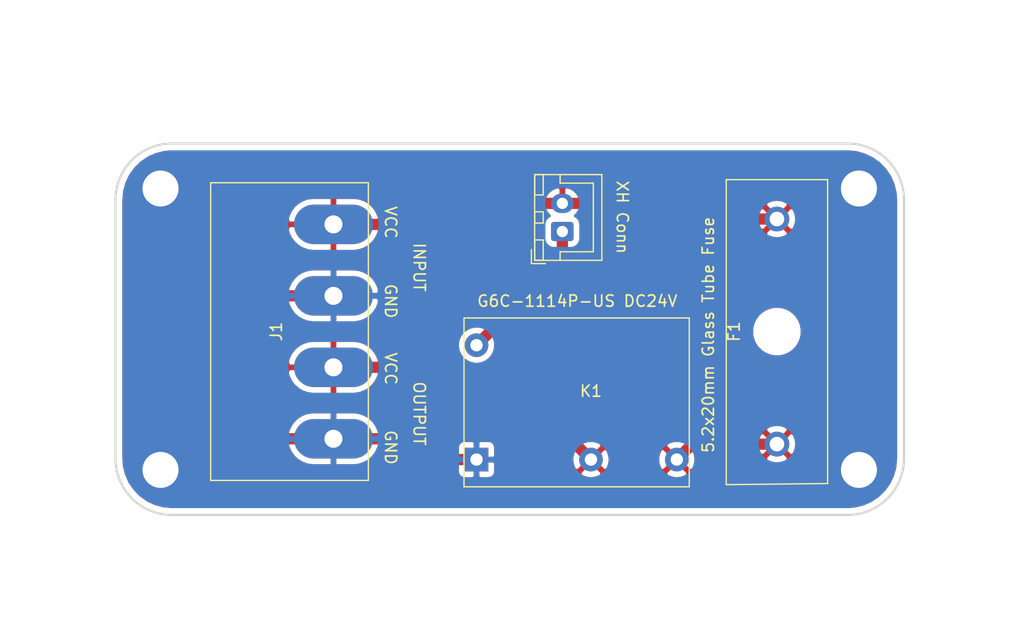
<source format=kicad_pcb>
(kicad_pcb (version 20171130) (host pcbnew 5.1.6-c6e7f7d~87~ubuntu18.04.1)

  (general
    (thickness 1.6)
    (drawings 21)
    (tracks 25)
    (zones 0)
    (modules 8)
    (nets 6)
  )

  (page A4)
  (layers
    (0 F.Cu power)
    (31 B.Cu power)
    (33 F.Adhes user)
    (35 F.Paste user)
    (37 F.SilkS user)
    (38 B.Mask user)
    (39 F.Mask user)
    (40 Dwgs.User user)
    (41 Cmts.User user)
    (42 Eco1.User user)
    (43 Eco2.User user)
    (44 Edge.Cuts user)
    (45 Margin user)
    (46 B.CrtYd user)
    (47 F.CrtYd user)
    (49 F.Fab user)
  )

  (setup
    (last_trace_width 1)
    (trace_clearance 0.4)
    (zone_clearance 0.508)
    (zone_45_only no)
    (trace_min 0.2)
    (via_size 0.8)
    (via_drill 0.4)
    (via_min_size 0.6)
    (via_min_drill 0.3)
    (uvia_size 0.3)
    (uvia_drill 0.1)
    (uvias_allowed no)
    (uvia_min_size 0.2)
    (uvia_min_drill 0.1)
    (edge_width 0.05)
    (segment_width 0.2)
    (pcb_text_width 0.3)
    (pcb_text_size 1.5 1.5)
    (mod_edge_width 0.12)
    (mod_text_size 1 1)
    (mod_text_width 0.15)
    (pad_size 1.524 1.524)
    (pad_drill 0.762)
    (pad_to_mask_clearance 0.05)
    (aux_axis_origin 0 0)
    (visible_elements 7FFFFFFF)
    (pcbplotparams
      (layerselection 0x010e8_ffffffff)
      (usegerberextensions true)
      (usegerberattributes true)
      (usegerberadvancedattributes true)
      (creategerberjobfile true)
      (excludeedgelayer true)
      (linewidth 0.100000)
      (plotframeref false)
      (viasonmask false)
      (mode 1)
      (useauxorigin false)
      (hpglpennumber 1)
      (hpglpenspeed 20)
      (hpglpendiameter 15.000000)
      (psnegative false)
      (psa4output false)
      (plotreference true)
      (plotvalue true)
      (plotinvisibletext false)
      (padsonsilk false)
      (subtractmaskfromsilk false)
      (outputformat 1)
      (mirror false)
      (drillshape 0)
      (scaleselection 1)
      (outputdirectory "gerber/"))
  )

  (net 0 "")
  (net 1 VCC)
  (net 2 "Net-(F1-Pad2)")
  (net 3 GND)
  (net 4 "Net-(J2-Pad1)")
  (net 5 "Net-(J1-Pad2)")

  (net_class Default "This is the default net class."
    (clearance 0.4)
    (trace_width 1)
    (via_dia 0.8)
    (via_drill 0.4)
    (uvia_dia 0.3)
    (uvia_drill 0.1)
    (add_net GND)
    (add_net "Net-(F1-Pad2)")
    (add_net "Net-(J1-Pad2)")
    (add_net "Net-(J2-Pad1)")
    (add_net VCC)
  )

  (module MountingHole:MountingHole_3.2mm_M3 (layer F.Cu) (tedit 56D1B4CB) (tstamp 5F28151E)
    (at 118 80)
    (descr "Mounting Hole 3.2mm, no annular, M3")
    (tags "mounting hole 3.2mm no annular m3")
    (attr virtual)
    (fp_text reference REF** (at 0 -4.2) (layer F.SilkS) hide
      (effects (font (size 1 1) (thickness 0.15)))
    )
    (fp_text value MountingHole_3.2mm_M3 (at 0 4.2) (layer F.Fab)
      (effects (font (size 1 1) (thickness 0.15)))
    )
    (fp_circle (center 0 0) (end 3.2 0) (layer Cmts.User) (width 0.15))
    (fp_circle (center 0 0) (end 3.45 0) (layer F.CrtYd) (width 0.05))
    (fp_text user %R (at 0.3 0) (layer F.Fab)
      (effects (font (size 1 1) (thickness 0.15)))
    )
    (pad 1 np_thru_hole circle (at 0 0) (size 3.2 3.2) (drill 3.2) (layers *.Cu *.Mask))
  )

  (module MountingHole:MountingHole_3.2mm_M3 (layer F.Cu) (tedit 56D1B4CB) (tstamp 5F28151E)
    (at 118 105)
    (descr "Mounting Hole 3.2mm, no annular, M3")
    (tags "mounting hole 3.2mm no annular m3")
    (attr virtual)
    (fp_text reference REF** (at 0 -4.2) (layer F.SilkS) hide
      (effects (font (size 1 1) (thickness 0.15)))
    )
    (fp_text value MountingHole_3.2mm_M3 (at 0 4.2) (layer F.Fab)
      (effects (font (size 1 1) (thickness 0.15)))
    )
    (fp_circle (center 0 0) (end 3.2 0) (layer Cmts.User) (width 0.15))
    (fp_circle (center 0 0) (end 3.45 0) (layer F.CrtYd) (width 0.05))
    (fp_text user %R (at 0.3 0) (layer F.Fab)
      (effects (font (size 1 1) (thickness 0.15)))
    )
    (pad 1 np_thru_hole circle (at 0 0) (size 3.2 3.2) (drill 3.2) (layers *.Cu *.Mask))
  )

  (module MountingHole:MountingHole_3.2mm_M3 (layer F.Cu) (tedit 56D1B4CB) (tstamp 5F28151E)
    (at 180 105)
    (descr "Mounting Hole 3.2mm, no annular, M3")
    (tags "mounting hole 3.2mm no annular m3")
    (attr virtual)
    (fp_text reference REF** (at 0 -4.2) (layer F.SilkS) hide
      (effects (font (size 1 1) (thickness 0.15)))
    )
    (fp_text value MountingHole_3.2mm_M3 (at 0 4.2) (layer F.Fab)
      (effects (font (size 1 1) (thickness 0.15)))
    )
    (fp_circle (center 0 0) (end 3.2 0) (layer Cmts.User) (width 0.15))
    (fp_circle (center 0 0) (end 3.45 0) (layer F.CrtYd) (width 0.05))
    (fp_text user %R (at 0.3 0) (layer F.Fab)
      (effects (font (size 1 1) (thickness 0.15)))
    )
    (pad 1 np_thru_hole circle (at 0 0) (size 3.2 3.2) (drill 3.2) (layers *.Cu *.Mask))
  )

  (module MountingHole:MountingHole_3.2mm_M3 (layer F.Cu) (tedit 56D1B4CB) (tstamp 5F28150B)
    (at 180 80)
    (descr "Mounting Hole 3.2mm, no annular, M3")
    (tags "mounting hole 3.2mm no annular m3")
    (attr virtual)
    (fp_text reference REF** (at 0 -4.2) (layer F.SilkS) hide
      (effects (font (size 1 1) (thickness 0.15)))
    )
    (fp_text value MountingHole_3.2mm_M3 (at 0 4.2) (layer F.Fab)
      (effects (font (size 1 1) (thickness 0.15)))
    )
    (fp_text user %R (at 0.3 0) (layer F.Fab)
      (effects (font (size 1 1) (thickness 0.15)))
    )
    (fp_circle (center 0 0) (end 3.2 0) (layer Cmts.User) (width 0.15))
    (fp_circle (center 0 0) (end 3.45 0) (layer F.CrtYd) (width 0.05))
    (pad 1 np_thru_hole circle (at 0 0) (size 3.2 3.2) (drill 3.2) (layers *.Cu *.Mask))
  )

  (module adamr2_footprints:F-60-A (layer F.Cu) (tedit 5F27B850) (tstamp 5F27D971)
    (at 172.72 92.71 270)
    (path /5F24F053)
    (fp_text reference F1 (at 0 3.81 90) (layer F.SilkS)
      (effects (font (size 1 1) (thickness 0.15)))
    )
    (fp_text value "Fuse 10A" (at 0 -3.81 90) (layer F.Fab)
      (effects (font (size 1 1) (thickness 0.15)))
    )
    (fp_line (start 13.5 -4.5) (end -13.5 -4.5) (layer F.SilkS) (width 0.12))
    (fp_line (start 13.6 4.5) (end 13.5 -4.5) (layer F.SilkS) (width 0.12))
    (fp_line (start -13.5 4.5) (end 13.6 4.5) (layer F.SilkS) (width 0.12))
    (fp_line (start -13.5 -4.5) (end -13.5 4.5) (layer F.SilkS) (width 0.12))
    (pad "" np_thru_hole circle (at 0 0 270) (size 3.2 3.2) (drill 3.2) (layers *.Cu *.Mask))
    (pad 2 thru_hole circle (at 10 0 270) (size 2.2 2.2) (drill 1.3) (layers *.Cu *.Mask)
      (net 2 "Net-(F1-Pad2)"))
    (pad 1 thru_hole circle (at -10 0 270) (size 2.2 2.2) (drill 1.3) (layers *.Cu *.Mask)
      (net 1 VCC))
    (model ${KIPRJMOD}/lib/packages3d/F-60-A.step
      (offset (xyz 0 0 1))
      (scale (xyz 1 1 1))
      (rotate (xyz -90 0 0))
    )
  )

  (module adamr2_footprints:G6C-1114P-US (layer F.Cu) (tedit 5F277AA0) (tstamp 5F27D9BA)
    (at 156.21 99 180)
    (path /5F23BF02)
    (fp_text reference K1 (at 0 1) (layer F.SilkS)
      (effects (font (size 1 1) (thickness 0.15)))
    )
    (fp_text value G6C-1114P-US (at 2 -1) (layer F.Fab)
      (effects (font (size 1 1) (thickness 0.15)))
    )
    (fp_line (start -8.73 -7.5) (end 11.27 -7.5) (layer F.SilkS) (width 0.12))
    (fp_line (start 11.27 -7.5) (end 11.27 7.5) (layer F.SilkS) (width 0.12))
    (fp_line (start 11.27 7.5) (end -8.73 7.5) (layer F.SilkS) (width 0.12))
    (fp_line (start -8.73 7.5) (end -8.73 -7.5) (layer F.SilkS) (width 0.12))
    (pad 8 thru_hole circle (at 10.16 5.08 180) (size 2.1 2.1) (drill 1.1) (layers *.Cu *.Mask)
      (net 4 "Net-(J2-Pad1)"))
    (pad 4 thru_hole circle (at -7.62 -5.08 180) (size 2.1 2.1) (drill 1.1) (layers *.Cu *.Mask)
      (net 2 "Net-(F1-Pad2)"))
    (pad 3 thru_hole circle (at 0 -5.08 180) (size 2.1 2.1) (drill 1.1) (layers *.Cu *.Mask)
      (net 5 "Net-(J1-Pad2)"))
    (pad 1 thru_hole rect (at 10.16 -5.08 180) (size 2.1 2.1) (drill 1.1) (layers *.Cu *.Mask)
      (net 3 GND))
    (model ${KIPRJMOD}/lib/packages3d/G6C-1114P-US.step
      (offset (xyz 0 0 1))
      (scale (xyz 1 1 1))
      (rotate (xyz -90 0 180))
    )
  )

  (module Connector_JST:JST_XH_B2B-XH-A_1x02_P2.50mm_Vertical (layer F.Cu) (tedit 5C28146C) (tstamp 5F27D9A4)
    (at 153.67 83.82 90)
    (descr "JST XH series connector, B2B-XH-A (http://www.jst-mfg.com/product/pdf/eng/eXH.pdf), generated with kicad-footprint-generator")
    (tags "connector JST XH vertical")
    (path /5F24B365)
    (fp_text reference J2 (at 1.25 -3.55 90) (layer F.SilkS) hide
      (effects (font (size 1 1) (thickness 0.15)))
    )
    (fp_text value Conn_01x02 (at 1.25 4.6 90) (layer F.Fab)
      (effects (font (size 1 1) (thickness 0.15)))
    )
    (fp_line (start -2.85 -2.75) (end -2.85 -1.5) (layer F.SilkS) (width 0.12))
    (fp_line (start -1.6 -2.75) (end -2.85 -2.75) (layer F.SilkS) (width 0.12))
    (fp_line (start 4.3 2.75) (end 1.25 2.75) (layer F.SilkS) (width 0.12))
    (fp_line (start 4.3 -0.2) (end 4.3 2.75) (layer F.SilkS) (width 0.12))
    (fp_line (start 5.05 -0.2) (end 4.3 -0.2) (layer F.SilkS) (width 0.12))
    (fp_line (start -1.8 2.75) (end 1.25 2.75) (layer F.SilkS) (width 0.12))
    (fp_line (start -1.8 -0.2) (end -1.8 2.75) (layer F.SilkS) (width 0.12))
    (fp_line (start -2.55 -0.2) (end -1.8 -0.2) (layer F.SilkS) (width 0.12))
    (fp_line (start 5.05 -2.45) (end 3.25 -2.45) (layer F.SilkS) (width 0.12))
    (fp_line (start 5.05 -1.7) (end 5.05 -2.45) (layer F.SilkS) (width 0.12))
    (fp_line (start 3.25 -1.7) (end 5.05 -1.7) (layer F.SilkS) (width 0.12))
    (fp_line (start 3.25 -2.45) (end 3.25 -1.7) (layer F.SilkS) (width 0.12))
    (fp_line (start -0.75 -2.45) (end -2.55 -2.45) (layer F.SilkS) (width 0.12))
    (fp_line (start -0.75 -1.7) (end -0.75 -2.45) (layer F.SilkS) (width 0.12))
    (fp_line (start -2.55 -1.7) (end -0.75 -1.7) (layer F.SilkS) (width 0.12))
    (fp_line (start -2.55 -2.45) (end -2.55 -1.7) (layer F.SilkS) (width 0.12))
    (fp_line (start 1.75 -2.45) (end 0.75 -2.45) (layer F.SilkS) (width 0.12))
    (fp_line (start 1.75 -1.7) (end 1.75 -2.45) (layer F.SilkS) (width 0.12))
    (fp_line (start 0.75 -1.7) (end 1.75 -1.7) (layer F.SilkS) (width 0.12))
    (fp_line (start 0.75 -2.45) (end 0.75 -1.7) (layer F.SilkS) (width 0.12))
    (fp_line (start 0 -1.35) (end 0.625 -2.35) (layer F.Fab) (width 0.1))
    (fp_line (start -0.625 -2.35) (end 0 -1.35) (layer F.Fab) (width 0.1))
    (fp_line (start 5.45 -2.85) (end -2.95 -2.85) (layer F.CrtYd) (width 0.05))
    (fp_line (start 5.45 3.9) (end 5.45 -2.85) (layer F.CrtYd) (width 0.05))
    (fp_line (start -2.95 3.9) (end 5.45 3.9) (layer F.CrtYd) (width 0.05))
    (fp_line (start -2.95 -2.85) (end -2.95 3.9) (layer F.CrtYd) (width 0.05))
    (fp_line (start 5.06 -2.46) (end -2.56 -2.46) (layer F.SilkS) (width 0.12))
    (fp_line (start 5.06 3.51) (end 5.06 -2.46) (layer F.SilkS) (width 0.12))
    (fp_line (start -2.56 3.51) (end 5.06 3.51) (layer F.SilkS) (width 0.12))
    (fp_line (start -2.56 -2.46) (end -2.56 3.51) (layer F.SilkS) (width 0.12))
    (fp_line (start 4.95 -2.35) (end -2.45 -2.35) (layer F.Fab) (width 0.1))
    (fp_line (start 4.95 3.4) (end 4.95 -2.35) (layer F.Fab) (width 0.1))
    (fp_line (start -2.45 3.4) (end 4.95 3.4) (layer F.Fab) (width 0.1))
    (fp_line (start -2.45 -2.35) (end -2.45 3.4) (layer F.Fab) (width 0.1))
    (fp_text user %R (at 1.25 2.7 90) (layer F.Fab)
      (effects (font (size 1 1) (thickness 0.15)))
    )
    (pad 2 thru_hole oval (at 2.5 0 90) (size 1.7 2) (drill 1) (layers *.Cu *.Mask)
      (net 1 VCC))
    (pad 1 thru_hole roundrect (at 0 0 90) (size 1.7 2) (drill 1) (layers *.Cu *.Mask) (roundrect_rratio 0.147059)
      (net 4 "Net-(J2-Pad1)"))
    (model ${KISYS3DMOD}/Connector_JST.3dshapes/JST_XH_B2B-XH-A_1x02_P2.50mm_Vertical.wrl
      (at (xyz 0 0 0))
      (scale (xyz 1 1 1))
      (rotate (xyz 0 0 0))
    )
  )

  (module adamr2_footprints:OSTYK21104030 (layer F.Cu) (tedit 5F2786B7) (tstamp 5F27EA46)
    (at 133.35 92.71 90)
    (path /5F2A9452)
    (fp_text reference J1 (at 0 -5.08 90) (layer F.SilkS)
      (effects (font (size 1 1) (thickness 0.15)))
    )
    (fp_text value Screw_Terminal_01x04 (at 0 -6.35 90) (layer F.Fab)
      (effects (font (size 1 1) (thickness 0.15)))
    )
    (fp_line (start -13.225 3.1) (end 13.225 3.1) (layer F.SilkS) (width 0.12))
    (fp_line (start 13.225 3.1) (end 13.225 -10.9) (layer F.SilkS) (width 0.12))
    (fp_line (start 13.225 -10.9) (end -13.225 -10.9) (layer F.SilkS) (width 0.12))
    (fp_line (start -13.225 -10.9) (end -13.225 3.1) (layer F.SilkS) (width 0.12))
    (pad 1 thru_hole oval (at -9.525 0 90) (size 3.5 7) (drill 1.6) (layers *.Cu *.Mask)
      (net 3 GND))
    (pad 2 thru_hole oval (at -3.175 0 90) (size 3.5 7) (drill 1.6) (layers *.Cu *.Mask)
      (net 5 "Net-(J1-Pad2)"))
    (pad 3 thru_hole oval (at 3.175 0 90) (size 3.5 7) (drill 1.6) (layers *.Cu *.Mask)
      (net 3 GND))
    (pad 4 thru_hole oval (at 9.525 0 90) (size 3.5 7) (drill 1.6) (layers *.Cu *.Mask)
      (net 1 VCC))
    (model ${KIPRJMOD}/lib/packages3d/OSTYK21104030.step
      (offset (xyz 0 0 1))
      (scale (xyz 1 1 1))
      (rotate (xyz -90 0 0))
    )
  )

  (dimension 25 (width 0.12) (layer Dwgs.User)
    (gr_text "25.000 mm" (at 188.27 92.5 270) (layer Dwgs.User)
      (effects (font (size 1 1) (thickness 0.15)))
    )
    (feature1 (pts (xy 180 105) (xy 187.586421 105)))
    (feature2 (pts (xy 180 80) (xy 187.586421 80)))
    (crossbar (pts (xy 187 80) (xy 187 105)))
    (arrow1a (pts (xy 187 105) (xy 186.413579 103.873496)))
    (arrow1b (pts (xy 187 105) (xy 187.586421 103.873496)))
    (arrow2a (pts (xy 187 80) (xy 186.413579 81.126504)))
    (arrow2b (pts (xy 187 80) (xy 187.586421 81.126504)))
  )
  (dimension 62 (width 0.12) (layer Dwgs.User)
    (gr_text "62.000 mm" (at 149 113.269999) (layer Dwgs.User)
      (effects (font (size 1 1) (thickness 0.15)))
    )
    (feature1 (pts (xy 180 105) (xy 180 112.58642)))
    (feature2 (pts (xy 118 105) (xy 118 112.58642)))
    (crossbar (pts (xy 118 111.999999) (xy 180 111.999999)))
    (arrow1a (pts (xy 180 111.999999) (xy 178.873496 112.58642)))
    (arrow1b (pts (xy 180 111.999999) (xy 178.873496 111.413578)))
    (arrow2a (pts (xy 118 111.999999) (xy 119.126504 112.58642)))
    (arrow2b (pts (xy 118 111.999999) (xy 119.126504 111.413578)))
  )
  (dimension 33 (width 0.12) (layer Dwgs.User)
    (gr_text "33.000 mm" (at 193.27 92.5 270) (layer Dwgs.User)
      (effects (font (size 1 1) (thickness 0.15)))
    )
    (feature1 (pts (xy 153 109) (xy 192.586421 109)))
    (feature2 (pts (xy 153 76) (xy 192.586421 76)))
    (crossbar (pts (xy 192 76) (xy 192 109)))
    (arrow1a (pts (xy 192 109) (xy 191.413579 107.873496)))
    (arrow1b (pts (xy 192 109) (xy 192.586421 107.873496)))
    (arrow2a (pts (xy 192 76) (xy 191.413579 77.126504)))
    (arrow2b (pts (xy 192 76) (xy 192.586421 77.126504)))
  )
  (dimension 70 (width 0.12) (layer Dwgs.User)
    (gr_text "70.000 mm" (at 149 116.269999) (layer Dwgs.User)
      (effects (font (size 1 1) (thickness 0.15)))
    )
    (feature1 (pts (xy 184 103) (xy 184 115.58642)))
    (feature2 (pts (xy 114 103) (xy 114 115.58642)))
    (crossbar (pts (xy 114 114.999999) (xy 184 114.999999)))
    (arrow1a (pts (xy 184 114.999999) (xy 182.873496 115.58642)))
    (arrow1b (pts (xy 184 114.999999) (xy 182.873496 114.413578)))
    (arrow2a (pts (xy 114 114.999999) (xy 115.126504 115.58642)))
    (arrow2b (pts (xy 114 114.999999) (xy 115.126504 114.413578)))
  )
  (gr_text "G6C-1114P-US DC24V" (at 155 90) (layer F.SilkS)
    (effects (font (size 1 1) (thickness 0.15)))
  )
  (gr_text "5.2x20mm Glass Tube Fuse" (at 166.624 93 90) (layer F.SilkS)
    (effects (font (size 1 1) (thickness 0.15)))
  )
  (gr_text "XH Conn" (at 159 82.55 270) (layer F.SilkS)
    (effects (font (size 1 1) (thickness 0.15)))
  )
  (gr_text GND (at 138.43 103 270) (layer F.SilkS) (tstamp 5F27F39C)
    (effects (font (size 1 1) (thickness 0.15)))
  )
  (gr_text OUTPUT (at 140.97 100 270) (layer F.SilkS) (tstamp 5F27F39B)
    (effects (font (size 1 1) (thickness 0.15)))
  )
  (gr_text VCC (at 138.43 96 270) (layer F.SilkS) (tstamp 5F27F39A)
    (effects (font (size 1 1) (thickness 0.15)))
  )
  (gr_text GND (at 138.43 90 270) (layer F.SilkS)
    (effects (font (size 1 1) (thickness 0.15)))
  )
  (gr_text VCC (at 138.43 83 270) (layer F.SilkS)
    (effects (font (size 1 1) (thickness 0.15)))
  )
  (gr_text INPUT (at 140.97 87 270) (layer F.SilkS)
    (effects (font (size 1 1) (thickness 0.15)))
  )
  (gr_arc (start 119 81) (end 119 76) (angle -90) (layer Edge.Cuts) (width 0.2))
  (gr_arc (start 179 81) (end 184 81) (angle -90) (layer Edge.Cuts) (width 0.2))
  (gr_arc (start 179 104) (end 179 109) (angle -90) (layer Edge.Cuts) (width 0.2))
  (gr_arc (start 119 104) (end 114 104) (angle -90) (layer Edge.Cuts) (width 0.2))
  (gr_line (start 114 81) (end 114 104) (layer Edge.Cuts) (width 0.2) (tstamp 5F27E058))
  (gr_line (start 179 76) (end 119 76) (layer Edge.Cuts) (width 0.2))
  (gr_line (start 184 104) (end 184 81) (layer Edge.Cuts) (width 0.2))
  (gr_line (start 119 109) (end 179 109) (layer Edge.Cuts) (width 0.2))

  (segment (start 133.35 83.185) (end 139.065 83.185) (width 1) (layer F.Cu) (net 1))
  (segment (start 140.93 81.32) (end 153.67 81.32) (width 1) (layer F.Cu) (net 1))
  (segment (start 139.065 83.185) (end 140.93 81.32) (width 1) (layer F.Cu) (net 1))
  (segment (start 161.608 81.32) (end 153.67 81.32) (width 1) (layer F.Cu) (net 1))
  (segment (start 161.608 81.32) (end 163.32 81.32) (width 1) (layer F.Cu) (net 1))
  (segment (start 164.71 82.71) (end 163.32 81.32) (width 1) (layer F.Cu) (net 1))
  (segment (start 172.72 82.71) (end 164.71 82.71) (width 1) (layer F.Cu) (net 1))
  (segment (start 163.89 104.08) (end 163.83 104.08) (width 1) (layer F.Cu) (net 2))
  (segment (start 165.2 102.71) (end 163.83 104.08) (width 1) (layer F.Cu) (net 2))
  (segment (start 172.72 102.71) (end 165.2 102.71) (width 1) (layer F.Cu) (net 2))
  (segment (start 133.35 89.535) (end 128.905 89.535) (width 1) (layer F.Cu) (net 3))
  (segment (start 128.905 89.535) (end 125.73 92.71) (width 1) (layer F.Cu) (net 3))
  (segment (start 125.73 92.71) (end 125.73 99.06) (width 1) (layer F.Cu) (net 3))
  (segment (start 133.35 102.235) (end 128.905 102.235) (width 1) (layer F.Cu) (net 3))
  (segment (start 128.905 102.235) (end 125.73 99.06) (width 1) (layer F.Cu) (net 3))
  (segment (start 146.05 104.08) (end 142.3 104.08) (width 1) (layer F.Cu) (net 3))
  (segment (start 140.455 102.235) (end 140.335 102.235) (width 1) (layer F.Cu) (net 3))
  (segment (start 142.3 104.08) (end 140.455 102.235) (width 1) (layer F.Cu) (net 3))
  (segment (start 133.35 102.235) (end 140.335 102.235) (width 1) (layer F.Cu) (net 3))
  (segment (start 153.67 86.3) (end 146.05 93.92) (width 1) (layer F.Cu) (net 4))
  (segment (start 153.67 83.82) (end 153.67 86.3) (width 1) (layer F.Cu) (net 4))
  (segment (start 151.13 99) (end 156.21 104.08) (width 1) (layer F.Cu) (net 5))
  (segment (start 141 99) (end 151.13 99) (width 1) (layer F.Cu) (net 5))
  (segment (start 133.35 95.885) (end 137.885 95.885) (width 1) (layer F.Cu) (net 5))
  (segment (start 137.885 95.885) (end 141 99) (width 1) (layer F.Cu) (net 5))

  (zone (net 3) (net_name GND) (layer B.Cu) (tstamp 5F27F968) (hatch edge 0.508)
    (connect_pads (clearance 0.508))
    (min_thickness 0.254)
    (fill yes (arc_segments 32) (thermal_gap 0.508) (thermal_bridge_width 0.508))
    (polygon
      (pts
        (xy 193.2525 118.75) (xy 104.2525 119) (xy 103.7475 63.5) (xy 192.7475 63.25)
      )
    )
    (filled_polygon
      (pts
        (xy 179.754747 76.805281) (xy 180.485643 77.005231) (xy 181.169575 77.33145) (xy 181.784928 77.773626) (xy 182.312259 78.317789)
        (xy 182.734886 78.946726) (xy 183.039463 79.64057) (xy 183.217715 80.383039) (xy 183.265001 81.026963) (xy 183.265 103.967269)
        (xy 183.194719 104.754748) (xy 182.994769 105.485643) (xy 182.66855 106.169575) (xy 182.226374 106.784928) (xy 181.682211 107.312259)
        (xy 181.053274 107.734886) (xy 180.359429 108.039464) (xy 179.616961 108.217714) (xy 178.973051 108.265) (xy 119.032731 108.265)
        (xy 118.245252 108.194719) (xy 117.514357 107.994769) (xy 116.830425 107.66855) (xy 116.215072 107.226374) (xy 115.687741 106.682211)
        (xy 115.265114 106.053274) (xy 114.960536 105.359429) (xy 114.905456 105.13) (xy 144.361928 105.13) (xy 144.374188 105.254482)
        (xy 144.410498 105.37418) (xy 144.469463 105.484494) (xy 144.548815 105.581185) (xy 144.645506 105.660537) (xy 144.75582 105.719502)
        (xy 144.875518 105.755812) (xy 145 105.768072) (xy 145.76425 105.765) (xy 145.923 105.60625) (xy 145.923 104.207)
        (xy 146.177 104.207) (xy 146.177 105.60625) (xy 146.33575 105.765) (xy 147.1 105.768072) (xy 147.224482 105.755812)
        (xy 147.34418 105.719502) (xy 147.454494 105.660537) (xy 147.551185 105.581185) (xy 147.630537 105.484494) (xy 147.689502 105.37418)
        (xy 147.725812 105.254482) (xy 147.738072 105.13) (xy 147.735 104.36575) (xy 147.57625 104.207) (xy 146.177 104.207)
        (xy 145.923 104.207) (xy 144.52375 104.207) (xy 144.365 104.36575) (xy 144.361928 105.13) (xy 114.905456 105.13)
        (xy 114.782286 104.616961) (xy 114.735 103.973051) (xy 114.735 102.733003) (xy 129.267573 102.733003) (xy 129.347947 103.030368)
        (xy 129.546388 103.454439) (xy 129.823748 103.831648) (xy 130.169369 104.147498) (xy 130.569968 104.389852) (xy 131.01015 104.549396)
        (xy 131.473 104.62) (xy 133.223 104.62) (xy 133.223 102.362) (xy 133.477 102.362) (xy 133.477 104.62)
        (xy 135.227 104.62) (xy 135.68985 104.549396) (xy 136.130032 104.389852) (xy 136.530631 104.147498) (xy 136.876252 103.831648)
        (xy 137.153612 103.454439) (xy 137.352053 103.030368) (xy 137.352152 103.03) (xy 144.361928 103.03) (xy 144.365 103.79425)
        (xy 144.52375 103.953) (xy 145.923 103.953) (xy 145.923 102.55375) (xy 146.177 102.55375) (xy 146.177 103.953)
        (xy 147.57625 103.953) (xy 147.615208 103.914042) (xy 154.525 103.914042) (xy 154.525 104.245958) (xy 154.589754 104.571496)
        (xy 154.716772 104.878147) (xy 154.901175 105.154125) (xy 155.135875 105.388825) (xy 155.411853 105.573228) (xy 155.718504 105.700246)
        (xy 156.044042 105.765) (xy 156.375958 105.765) (xy 156.701496 105.700246) (xy 157.008147 105.573228) (xy 157.284125 105.388825)
        (xy 157.518825 105.154125) (xy 157.703228 104.878147) (xy 157.830246 104.571496) (xy 157.895 104.245958) (xy 157.895 103.914042)
        (xy 162.145 103.914042) (xy 162.145 104.245958) (xy 162.209754 104.571496) (xy 162.336772 104.878147) (xy 162.521175 105.154125)
        (xy 162.755875 105.388825) (xy 163.031853 105.573228) (xy 163.338504 105.700246) (xy 163.664042 105.765) (xy 163.995958 105.765)
        (xy 164.321496 105.700246) (xy 164.628147 105.573228) (xy 164.904125 105.388825) (xy 165.138825 105.154125) (xy 165.323228 104.878147)
        (xy 165.450246 104.571496) (xy 165.515 104.245958) (xy 165.515 103.914042) (xy 165.450246 103.588504) (xy 165.323228 103.281853)
        (xy 165.138825 103.005875) (xy 164.904125 102.771175) (xy 164.628147 102.586772) (xy 164.513097 102.539117) (xy 170.985 102.539117)
        (xy 170.985 102.880883) (xy 171.051675 103.216081) (xy 171.182463 103.531831) (xy 171.372337 103.815998) (xy 171.614002 104.057663)
        (xy 171.898169 104.247537) (xy 172.213919 104.378325) (xy 172.549117 104.445) (xy 172.890883 104.445) (xy 173.226081 104.378325)
        (xy 173.541831 104.247537) (xy 173.825998 104.057663) (xy 174.067663 103.815998) (xy 174.257537 103.531831) (xy 174.388325 103.216081)
        (xy 174.455 102.880883) (xy 174.455 102.539117) (xy 174.388325 102.203919) (xy 174.257537 101.888169) (xy 174.067663 101.604002)
        (xy 173.825998 101.362337) (xy 173.541831 101.172463) (xy 173.226081 101.041675) (xy 172.890883 100.975) (xy 172.549117 100.975)
        (xy 172.213919 101.041675) (xy 171.898169 101.172463) (xy 171.614002 101.362337) (xy 171.372337 101.604002) (xy 171.182463 101.888169)
        (xy 171.051675 102.203919) (xy 170.985 102.539117) (xy 164.513097 102.539117) (xy 164.321496 102.459754) (xy 163.995958 102.395)
        (xy 163.664042 102.395) (xy 163.338504 102.459754) (xy 163.031853 102.586772) (xy 162.755875 102.771175) (xy 162.521175 103.005875)
        (xy 162.336772 103.281853) (xy 162.209754 103.588504) (xy 162.145 103.914042) (xy 157.895 103.914042) (xy 157.830246 103.588504)
        (xy 157.703228 103.281853) (xy 157.518825 103.005875) (xy 157.284125 102.771175) (xy 157.008147 102.586772) (xy 156.701496 102.459754)
        (xy 156.375958 102.395) (xy 156.044042 102.395) (xy 155.718504 102.459754) (xy 155.411853 102.586772) (xy 155.135875 102.771175)
        (xy 154.901175 103.005875) (xy 154.716772 103.281853) (xy 154.589754 103.588504) (xy 154.525 103.914042) (xy 147.615208 103.914042)
        (xy 147.735 103.79425) (xy 147.738072 103.03) (xy 147.725812 102.905518) (xy 147.689502 102.78582) (xy 147.630537 102.675506)
        (xy 147.551185 102.578815) (xy 147.454494 102.499463) (xy 147.34418 102.440498) (xy 147.224482 102.404188) (xy 147.1 102.391928)
        (xy 146.33575 102.395) (xy 146.177 102.55375) (xy 145.923 102.55375) (xy 145.76425 102.395) (xy 145 102.391928)
        (xy 144.875518 102.404188) (xy 144.75582 102.440498) (xy 144.645506 102.499463) (xy 144.548815 102.578815) (xy 144.469463 102.675506)
        (xy 144.410498 102.78582) (xy 144.374188 102.905518) (xy 144.361928 103.03) (xy 137.352152 103.03) (xy 137.432427 102.733003)
        (xy 137.322625 102.362) (xy 133.477 102.362) (xy 133.223 102.362) (xy 129.377375 102.362) (xy 129.267573 102.733003)
        (xy 114.735 102.733003) (xy 114.735 101.736997) (xy 129.267573 101.736997) (xy 129.377375 102.108) (xy 133.223 102.108)
        (xy 133.223 99.85) (xy 133.477 99.85) (xy 133.477 102.108) (xy 137.322625 102.108) (xy 137.432427 101.736997)
        (xy 137.352053 101.439632) (xy 137.153612 101.015561) (xy 136.876252 100.638352) (xy 136.530631 100.322502) (xy 136.130032 100.080148)
        (xy 135.68985 99.920604) (xy 135.227 99.85) (xy 133.477 99.85) (xy 133.223 99.85) (xy 131.473 99.85)
        (xy 131.01015 99.920604) (xy 130.569968 100.080148) (xy 130.169369 100.322502) (xy 129.823748 100.638352) (xy 129.546388 101.015561)
        (xy 129.347947 101.439632) (xy 129.267573 101.736997) (xy 114.735 101.736997) (xy 114.735 95.885) (xy 129.203461 95.885)
        (xy 129.24951 96.352542) (xy 129.385887 96.802116) (xy 129.607351 97.216446) (xy 129.905391 97.579609) (xy 130.268554 97.877649)
        (xy 130.682884 98.099113) (xy 131.132458 98.23549) (xy 131.482843 98.27) (xy 135.217157 98.27) (xy 135.567542 98.23549)
        (xy 136.017116 98.099113) (xy 136.431446 97.877649) (xy 136.794609 97.579609) (xy 137.092649 97.216446) (xy 137.314113 96.802116)
        (xy 137.45049 96.352542) (xy 137.496539 95.885) (xy 137.45049 95.417458) (xy 137.314113 94.967884) (xy 137.092649 94.553554)
        (xy 136.794609 94.190391) (xy 136.431446 93.892351) (xy 136.172689 93.754042) (xy 144.365 93.754042) (xy 144.365 94.085958)
        (xy 144.429754 94.411496) (xy 144.556772 94.718147) (xy 144.741175 94.994125) (xy 144.975875 95.228825) (xy 145.251853 95.413228)
        (xy 145.558504 95.540246) (xy 145.884042 95.605) (xy 146.215958 95.605) (xy 146.541496 95.540246) (xy 146.848147 95.413228)
        (xy 147.124125 95.228825) (xy 147.358825 94.994125) (xy 147.543228 94.718147) (xy 147.670246 94.411496) (xy 147.735 94.085958)
        (xy 147.735 93.754042) (xy 147.670246 93.428504) (xy 147.543228 93.121853) (xy 147.358825 92.845875) (xy 147.124125 92.611175)
        (xy 146.942583 92.489872) (xy 170.485 92.489872) (xy 170.485 92.930128) (xy 170.57089 93.361925) (xy 170.739369 93.768669)
        (xy 170.983962 94.134729) (xy 171.295271 94.446038) (xy 171.661331 94.690631) (xy 172.068075 94.85911) (xy 172.499872 94.945)
        (xy 172.940128 94.945) (xy 173.371925 94.85911) (xy 173.778669 94.690631) (xy 174.144729 94.446038) (xy 174.456038 94.134729)
        (xy 174.700631 93.768669) (xy 174.86911 93.361925) (xy 174.955 92.930128) (xy 174.955 92.489872) (xy 174.86911 92.058075)
        (xy 174.700631 91.651331) (xy 174.456038 91.285271) (xy 174.144729 90.973962) (xy 173.778669 90.729369) (xy 173.371925 90.56089)
        (xy 172.940128 90.475) (xy 172.499872 90.475) (xy 172.068075 90.56089) (xy 171.661331 90.729369) (xy 171.295271 90.973962)
        (xy 170.983962 91.285271) (xy 170.739369 91.651331) (xy 170.57089 92.058075) (xy 170.485 92.489872) (xy 146.942583 92.489872)
        (xy 146.848147 92.426772) (xy 146.541496 92.299754) (xy 146.215958 92.235) (xy 145.884042 92.235) (xy 145.558504 92.299754)
        (xy 145.251853 92.426772) (xy 144.975875 92.611175) (xy 144.741175 92.845875) (xy 144.556772 93.121853) (xy 144.429754 93.428504)
        (xy 144.365 93.754042) (xy 136.172689 93.754042) (xy 136.017116 93.670887) (xy 135.567542 93.53451) (xy 135.217157 93.5)
        (xy 131.482843 93.5) (xy 131.132458 93.53451) (xy 130.682884 93.670887) (xy 130.268554 93.892351) (xy 129.905391 94.190391)
        (xy 129.607351 94.553554) (xy 129.385887 94.967884) (xy 129.24951 95.417458) (xy 129.203461 95.885) (xy 114.735 95.885)
        (xy 114.735 90.033003) (xy 129.267573 90.033003) (xy 129.347947 90.330368) (xy 129.546388 90.754439) (xy 129.823748 91.131648)
        (xy 130.169369 91.447498) (xy 130.569968 91.689852) (xy 131.01015 91.849396) (xy 131.473 91.92) (xy 133.223 91.92)
        (xy 133.223 89.662) (xy 133.477 89.662) (xy 133.477 91.92) (xy 135.227 91.92) (xy 135.68985 91.849396)
        (xy 136.130032 91.689852) (xy 136.530631 91.447498) (xy 136.876252 91.131648) (xy 137.153612 90.754439) (xy 137.352053 90.330368)
        (xy 137.432427 90.033003) (xy 137.322625 89.662) (xy 133.477 89.662) (xy 133.223 89.662) (xy 129.377375 89.662)
        (xy 129.267573 90.033003) (xy 114.735 90.033003) (xy 114.735 89.036997) (xy 129.267573 89.036997) (xy 129.377375 89.408)
        (xy 133.223 89.408) (xy 133.223 87.15) (xy 133.477 87.15) (xy 133.477 89.408) (xy 137.322625 89.408)
        (xy 137.432427 89.036997) (xy 137.352053 88.739632) (xy 137.153612 88.315561) (xy 136.876252 87.938352) (xy 136.530631 87.622502)
        (xy 136.130032 87.380148) (xy 135.68985 87.220604) (xy 135.227 87.15) (xy 133.477 87.15) (xy 133.223 87.15)
        (xy 131.473 87.15) (xy 131.01015 87.220604) (xy 130.569968 87.380148) (xy 130.169369 87.622502) (xy 129.823748 87.938352)
        (xy 129.546388 88.315561) (xy 129.347947 88.739632) (xy 129.267573 89.036997) (xy 114.735 89.036997) (xy 114.735 83.185)
        (xy 129.203461 83.185) (xy 129.24951 83.652542) (xy 129.385887 84.102116) (xy 129.607351 84.516446) (xy 129.905391 84.879609)
        (xy 130.268554 85.177649) (xy 130.682884 85.399113) (xy 131.132458 85.53549) (xy 131.482843 85.57) (xy 135.217157 85.57)
        (xy 135.567542 85.53549) (xy 136.017116 85.399113) (xy 136.431446 85.177649) (xy 136.794609 84.879609) (xy 137.092649 84.516446)
        (xy 137.314113 84.102116) (xy 137.45049 83.652542) (xy 137.496539 83.185) (xy 137.45049 82.717458) (xy 137.314113 82.267884)
        (xy 137.092649 81.853554) (xy 136.794609 81.490391) (xy 136.586987 81.32) (xy 152.027815 81.32) (xy 152.056487 81.611111)
        (xy 152.141401 81.891034) (xy 152.279294 82.149014) (xy 152.464866 82.375134) (xy 152.528337 82.427223) (xy 152.426614 82.481595)
        (xy 152.292038 82.592038) (xy 152.181595 82.726614) (xy 152.099528 82.88015) (xy 152.048992 83.046746) (xy 152.031928 83.22)
        (xy 152.031928 84.42) (xy 152.048992 84.593254) (xy 152.099528 84.75985) (xy 152.181595 84.913386) (xy 152.292038 85.047962)
        (xy 152.426614 85.158405) (xy 152.58015 85.240472) (xy 152.746746 85.291008) (xy 152.92 85.308072) (xy 154.42 85.308072)
        (xy 154.593254 85.291008) (xy 154.75985 85.240472) (xy 154.913386 85.158405) (xy 155.047962 85.047962) (xy 155.158405 84.913386)
        (xy 155.240472 84.75985) (xy 155.291008 84.593254) (xy 155.308072 84.42) (xy 155.308072 83.22) (xy 155.291008 83.046746)
        (xy 155.240472 82.88015) (xy 155.158405 82.726614) (xy 155.047962 82.592038) (xy 154.983478 82.539117) (xy 170.985 82.539117)
        (xy 170.985 82.880883) (xy 171.051675 83.216081) (xy 171.182463 83.531831) (xy 171.372337 83.815998) (xy 171.614002 84.057663)
        (xy 171.898169 84.247537) (xy 172.213919 84.378325) (xy 172.549117 84.445) (xy 172.890883 84.445) (xy 173.226081 84.378325)
        (xy 173.541831 84.247537) (xy 173.825998 84.057663) (xy 174.067663 83.815998) (xy 174.257537 83.531831) (xy 174.388325 83.216081)
        (xy 174.455 82.880883) (xy 174.455 82.539117) (xy 174.388325 82.203919) (xy 174.257537 81.888169) (xy 174.067663 81.604002)
        (xy 173.825998 81.362337) (xy 173.541831 81.172463) (xy 173.226081 81.041675) (xy 172.890883 80.975) (xy 172.549117 80.975)
        (xy 172.213919 81.041675) (xy 171.898169 81.172463) (xy 171.614002 81.362337) (xy 171.372337 81.604002) (xy 171.182463 81.888169)
        (xy 171.051675 82.203919) (xy 170.985 82.539117) (xy 154.983478 82.539117) (xy 154.913386 82.481595) (xy 154.811663 82.427223)
        (xy 154.875134 82.375134) (xy 155.060706 82.149014) (xy 155.198599 81.891034) (xy 155.283513 81.611111) (xy 155.312185 81.32)
        (xy 155.283513 81.028889) (xy 155.198599 80.748966) (xy 155.060706 80.490986) (xy 154.875134 80.264866) (xy 154.649014 80.079294)
        (xy 154.391034 79.941401) (xy 154.111111 79.856487) (xy 153.89295 79.835) (xy 153.44705 79.835) (xy 153.228889 79.856487)
        (xy 152.948966 79.941401) (xy 152.690986 80.079294) (xy 152.464866 80.264866) (xy 152.279294 80.490986) (xy 152.141401 80.748966)
        (xy 152.056487 81.028889) (xy 152.027815 81.32) (xy 136.586987 81.32) (xy 136.431446 81.192351) (xy 136.017116 80.970887)
        (xy 135.567542 80.83451) (xy 135.217157 80.8) (xy 131.482843 80.8) (xy 131.132458 80.83451) (xy 130.682884 80.970887)
        (xy 130.268554 81.192351) (xy 129.905391 81.490391) (xy 129.607351 81.853554) (xy 129.385887 82.267884) (xy 129.24951 82.717458)
        (xy 129.203461 83.185) (xy 114.735 83.185) (xy 114.735 81.032731) (xy 114.805281 80.245253) (xy 115.005231 79.514357)
        (xy 115.33145 78.830425) (xy 115.773626 78.215072) (xy 116.317789 77.687741) (xy 116.946726 77.265114) (xy 117.64057 76.960537)
        (xy 118.383039 76.782285) (xy 119.026949 76.735) (xy 178.967269 76.735)
      )
    )
  )
  (zone (net 5) (net_name "Net-(J1-Pad2)") (layer F.Cu) (tstamp 5F27F965) (hatch edge 0.508)
    (priority 1)
    (connect_pads (clearance 0.508))
    (min_thickness 0.254)
    (fill yes (arc_segments 32) (thermal_gap 0.508) (thermal_bridge_width 0.508))
    (polygon
      (pts
        (xy 142.24 97.028) (xy 151.892 97.028) (xy 158.242 103.378) (xy 158.242 104.902) (xy 156.972 106.172)
        (xy 155.448 106.172) (xy 150.368 101.092) (xy 140.208 101.092) (xy 137.668 98.552) (xy 130.048 98.552)
        (xy 128.524 97.028) (xy 128.524 94.488) (xy 130.048 92.964) (xy 137.668 92.964)
      )
    )
    (filled_polygon
      (pts
        (xy 142.155626 97.122921) (xy 142.175765 97.137558) (xy 142.198373 97.147984) (xy 142.222581 97.1538) (xy 142.24 97.155)
        (xy 151.839394 97.155) (xy 158.115 103.430606) (xy 158.115 104.849394) (xy 156.919394 106.045) (xy 155.500606 106.045)
        (xy 154.706672 105.251066) (xy 155.218539 105.251066) (xy 155.320339 105.520579) (xy 155.618477 105.666463) (xy 155.939346 105.75138)
        (xy 156.270617 105.772066) (xy 156.599557 105.727728) (xy 156.913527 105.620069) (xy 157.099661 105.520579) (xy 157.201461 105.251066)
        (xy 156.21 104.259605) (xy 155.218539 105.251066) (xy 154.706672 105.251066) (xy 153.596223 104.140617) (xy 154.517934 104.140617)
        (xy 154.562272 104.469557) (xy 154.669931 104.783527) (xy 154.769421 104.969661) (xy 155.038934 105.071461) (xy 156.030395 104.08)
        (xy 156.389605 104.08) (xy 157.381066 105.071461) (xy 157.650579 104.969661) (xy 157.796463 104.671523) (xy 157.88138 104.350654)
        (xy 157.902066 104.019383) (xy 157.857728 103.690443) (xy 157.750069 103.376473) (xy 157.650579 103.190339) (xy 157.381066 103.088539)
        (xy 156.389605 104.08) (xy 156.030395 104.08) (xy 155.038934 103.088539) (xy 154.769421 103.190339) (xy 154.623537 103.488477)
        (xy 154.53862 103.809346) (xy 154.517934 104.140617) (xy 153.596223 104.140617) (xy 152.36454 102.908934) (xy 155.218539 102.908934)
        (xy 156.21 103.900395) (xy 157.201461 102.908934) (xy 157.099661 102.639421) (xy 156.801523 102.493537) (xy 156.480654 102.40862)
        (xy 156.149383 102.387934) (xy 155.820443 102.432272) (xy 155.506473 102.539931) (xy 155.320339 102.639421) (xy 155.218539 102.908934)
        (xy 152.36454 102.908934) (xy 150.457803 101.002197) (xy 150.438557 100.986403) (xy 150.416601 100.974667) (xy 150.392776 100.96744)
        (xy 150.368 100.965) (xy 140.260606 100.965) (xy 137.757803 98.462197) (xy 137.738557 98.446403) (xy 137.716601 98.434667)
        (xy 137.692776 98.42744) (xy 137.668 98.425) (xy 130.100606 98.425) (xy 128.651 96.975394) (xy 128.651 96.383003)
        (xy 129.267573 96.383003) (xy 129.347947 96.680368) (xy 129.546388 97.104439) (xy 129.823748 97.481648) (xy 130.169369 97.797498)
        (xy 130.569968 98.039852) (xy 131.01015 98.199396) (xy 131.473 98.27) (xy 133.223 98.27) (xy 133.223 96.012)
        (xy 133.477 96.012) (xy 133.477 98.27) (xy 135.227 98.27) (xy 135.68985 98.199396) (xy 136.130032 98.039852)
        (xy 136.530631 97.797498) (xy 136.876252 97.481648) (xy 137.153612 97.104439) (xy 137.352053 96.680368) (xy 137.432427 96.383003)
        (xy 137.322625 96.012) (xy 133.477 96.012) (xy 133.223 96.012) (xy 129.377375 96.012) (xy 129.267573 96.383003)
        (xy 128.651 96.383003) (xy 128.651 95.386997) (xy 129.267573 95.386997) (xy 129.377375 95.758) (xy 133.223 95.758)
        (xy 133.223 93.5) (xy 133.477 93.5) (xy 133.477 95.758) (xy 137.322625 95.758) (xy 137.432427 95.386997)
        (xy 137.352053 95.089632) (xy 137.153612 94.665561) (xy 136.876252 94.288352) (xy 136.530631 93.972502) (xy 136.130032 93.730148)
        (xy 135.68985 93.570604) (xy 135.227 93.5) (xy 133.477 93.5) (xy 133.223 93.5) (xy 131.473 93.5)
        (xy 131.01015 93.570604) (xy 130.569968 93.730148) (xy 130.169369 93.972502) (xy 129.823748 94.288352) (xy 129.546388 94.665561)
        (xy 129.347947 95.089632) (xy 129.267573 95.386997) (xy 128.651 95.386997) (xy 128.651 94.540606) (xy 130.100606 93.091)
        (xy 137.619715 93.091)
      )
    )
  )
  (zone (net 1) (net_name VCC) (layer F.Cu) (tstamp 0) (hatch edge 0.508)
    (priority 1)
    (connect_pads (clearance 0.508))
    (min_thickness 0.254)
    (fill yes (arc_segments 32) (thermal_gap 0.508) (thermal_bridge_width 0.508))
    (polygon
      (pts
        (xy 175.26 81.28) (xy 175.26 83.82) (xy 173.736 85.344) (xy 164.084 85.344) (xy 161.036 81.788)
        (xy 142.748 81.788) (xy 139.192 85.852) (xy 130.556 85.852) (xy 129.032 84.328) (xy 129.032 80.264)
        (xy 130.81 78.74) (xy 172.974 78.74)
      )
    )
    (filled_polygon
      (pts
        (xy 175.133 81.328735) (xy 175.133 83.767394) (xy 173.683394 85.217) (xy 164.142413 85.217) (xy 163.027881 83.916712)
        (xy 171.692893 83.916712) (xy 171.800726 84.191338) (xy 172.107384 84.342216) (xy 172.437585 84.430369) (xy 172.778639 84.452409)
        (xy 173.117439 84.407489) (xy 173.440966 84.297336) (xy 173.639274 84.191338) (xy 173.747107 83.916712) (xy 172.72 82.889605)
        (xy 171.692893 83.916712) (xy 163.027881 83.916712) (xy 162.043818 82.768639) (xy 170.977591 82.768639) (xy 171.022511 83.107439)
        (xy 171.132664 83.430966) (xy 171.238662 83.629274) (xy 171.513288 83.737107) (xy 172.540395 82.71) (xy 172.899605 82.71)
        (xy 173.926712 83.737107) (xy 174.201338 83.629274) (xy 174.352216 83.322616) (xy 174.440369 82.992415) (xy 174.462409 82.651361)
        (xy 174.417489 82.312561) (xy 174.307336 81.989034) (xy 174.201338 81.790726) (xy 173.926712 81.682893) (xy 172.899605 82.71)
        (xy 172.540395 82.71) (xy 171.513288 81.682893) (xy 171.238662 81.790726) (xy 171.087784 82.097384) (xy 170.999631 82.427585)
        (xy 170.977591 82.768639) (xy 162.043818 82.768639) (xy 161.132426 81.705349) (xy 161.114448 81.688126) (xy 161.093457 81.67474)
        (xy 161.070257 81.665707) (xy 161.036 81.661) (xy 155.25309 81.661) (xy 155.169861 81.503288) (xy 171.692893 81.503288)
        (xy 172.72 82.530395) (xy 173.747107 81.503288) (xy 173.639274 81.228662) (xy 173.332616 81.077784) (xy 173.002415 80.989631)
        (xy 172.661361 80.967591) (xy 172.322561 81.012511) (xy 171.999034 81.122664) (xy 171.800726 81.228662) (xy 171.692893 81.503288)
        (xy 155.169861 81.503288) (xy 155.140155 81.447) (xy 153.797 81.447) (xy 153.797 81.467) (xy 153.543 81.467)
        (xy 153.543 81.447) (xy 152.199845 81.447) (xy 152.08691 81.661) (xy 142.748 81.661) (xy 142.723224 81.66344)
        (xy 142.699399 81.670667) (xy 142.677443 81.682403) (xy 142.652423 81.70437) (xy 139.134372 85.725) (xy 130.608606 85.725)
        (xy 129.159 84.275394) (xy 129.159 83.683003) (xy 129.267573 83.683003) (xy 129.347947 83.980368) (xy 129.546388 84.404439)
        (xy 129.823748 84.781648) (xy 130.169369 85.097498) (xy 130.569968 85.339852) (xy 131.01015 85.499396) (xy 131.473 85.57)
        (xy 133.223 85.57) (xy 133.223 83.312) (xy 133.477 83.312) (xy 133.477 85.57) (xy 135.227 85.57)
        (xy 135.68985 85.499396) (xy 136.130032 85.339852) (xy 136.530631 85.097498) (xy 136.876252 84.781648) (xy 137.153612 84.404439)
        (xy 137.352053 83.980368) (xy 137.432427 83.683003) (xy 137.322625 83.312) (xy 133.477 83.312) (xy 133.223 83.312)
        (xy 129.377375 83.312) (xy 129.267573 83.683003) (xy 129.159 83.683003) (xy 129.159 82.686997) (xy 129.267573 82.686997)
        (xy 129.377375 83.058) (xy 133.223 83.058) (xy 133.223 80.8) (xy 133.477 80.8) (xy 133.477 83.058)
        (xy 137.322625 83.058) (xy 137.432427 82.686997) (xy 137.352053 82.389632) (xy 137.153612 81.965561) (xy 136.876252 81.588352)
        (xy 136.530631 81.272502) (xy 136.130032 81.030148) (xy 135.945075 80.96311) (xy 152.078524 80.96311) (xy 152.199845 81.193)
        (xy 153.543 81.193) (xy 153.543 79.992768) (xy 153.797 79.992768) (xy 153.797 81.193) (xy 155.140155 81.193)
        (xy 155.261476 80.96311) (xy 155.259554 80.950739) (xy 155.159854 80.676991) (xy 155.008664 80.427954) (xy 154.811795 80.213198)
        (xy 154.576812 80.040975) (xy 154.312745 79.917904) (xy 154.029742 79.848715) (xy 153.797 79.992768) (xy 153.543 79.992768)
        (xy 153.310258 79.848715) (xy 153.027255 79.917904) (xy 152.763188 80.040975) (xy 152.528205 80.213198) (xy 152.331336 80.427954)
        (xy 152.180146 80.676991) (xy 152.080446 80.950739) (xy 152.078524 80.96311) (xy 135.945075 80.96311) (xy 135.68985 80.870604)
        (xy 135.227 80.8) (xy 133.477 80.8) (xy 133.223 80.8) (xy 131.473 80.8) (xy 131.01015 80.870604)
        (xy 130.569968 81.030148) (xy 130.169369 81.272502) (xy 129.823748 81.588352) (xy 129.546388 81.965561) (xy 129.347947 82.389632)
        (xy 129.267573 82.686997) (xy 129.159 82.686997) (xy 129.159 80.322413) (xy 130.856981 78.867) (xy 172.917439 78.867)
      )
    )
  )
  (zone (net 2) (net_name "Net-(F1-Pad2)") (layer F.Cu) (tstamp 0) (hatch edge 0.508)
    (priority 1)
    (connect_pads (clearance 0.508))
    (min_thickness 0.254)
    (fill yes (arc_segments 32) (thermal_gap 0.508) (thermal_bridge_width 0.508))
    (polygon
      (pts
        (xy 174.752 101.6) (xy 174.752 104.14) (xy 172.72 106.172) (xy 163.068 106.172) (xy 161.544 104.648)
        (xy 161.544 102.108) (xy 163.576 100.076) (xy 173.228 100.076)
      )
    )
    (filled_polygon
      (pts
        (xy 174.625 101.652606) (xy 174.625 104.087394) (xy 172.667394 106.045) (xy 163.120606 106.045) (xy 162.326672 105.251066)
        (xy 162.838539 105.251066) (xy 162.940339 105.520579) (xy 163.238477 105.666463) (xy 163.559346 105.75138) (xy 163.890617 105.772066)
        (xy 164.219557 105.727728) (xy 164.533527 105.620069) (xy 164.719661 105.520579) (xy 164.821461 105.251066) (xy 163.83 104.259605)
        (xy 162.838539 105.251066) (xy 162.326672 105.251066) (xy 161.671 104.595394) (xy 161.671 104.140617) (xy 162.137934 104.140617)
        (xy 162.182272 104.469557) (xy 162.289931 104.783527) (xy 162.389421 104.969661) (xy 162.658934 105.071461) (xy 163.650395 104.08)
        (xy 164.009605 104.08) (xy 165.001066 105.071461) (xy 165.270579 104.969661) (xy 165.416463 104.671523) (xy 165.50138 104.350654)
        (xy 165.522066 104.019383) (xy 165.508227 103.916712) (xy 171.692893 103.916712) (xy 171.800726 104.191338) (xy 172.107384 104.342216)
        (xy 172.437585 104.430369) (xy 172.778639 104.452409) (xy 173.117439 104.407489) (xy 173.440966 104.297336) (xy 173.639274 104.191338)
        (xy 173.747107 103.916712) (xy 172.72 102.889605) (xy 171.692893 103.916712) (xy 165.508227 103.916712) (xy 165.477728 103.690443)
        (xy 165.370069 103.376473) (xy 165.270579 103.190339) (xy 165.001066 103.088539) (xy 164.009605 104.08) (xy 163.650395 104.08)
        (xy 162.658934 103.088539) (xy 162.389421 103.190339) (xy 162.243537 103.488477) (xy 162.15862 103.809346) (xy 162.137934 104.140617)
        (xy 161.671 104.140617) (xy 161.671 102.908934) (xy 162.838539 102.908934) (xy 163.83 103.900395) (xy 164.821461 102.908934)
        (xy 164.76847 102.768639) (xy 170.977591 102.768639) (xy 171.022511 103.107439) (xy 171.132664 103.430966) (xy 171.238662 103.629274)
        (xy 171.513288 103.737107) (xy 172.540395 102.71) (xy 172.899605 102.71) (xy 173.926712 103.737107) (xy 174.201338 103.629274)
        (xy 174.352216 103.322616) (xy 174.440369 102.992415) (xy 174.462409 102.651361) (xy 174.417489 102.312561) (xy 174.307336 101.989034)
        (xy 174.201338 101.790726) (xy 173.926712 101.682893) (xy 172.899605 102.71) (xy 172.540395 102.71) (xy 171.513288 101.682893)
        (xy 171.238662 101.790726) (xy 171.087784 102.097384) (xy 170.999631 102.427585) (xy 170.977591 102.768639) (xy 164.76847 102.768639)
        (xy 164.719661 102.639421) (xy 164.421523 102.493537) (xy 164.100654 102.40862) (xy 163.769383 102.387934) (xy 163.440443 102.432272)
        (xy 163.126473 102.539931) (xy 162.940339 102.639421) (xy 162.838539 102.908934) (xy 161.671 102.908934) (xy 161.671 102.160606)
        (xy 162.328318 101.503288) (xy 171.692893 101.503288) (xy 172.72 102.530395) (xy 173.747107 101.503288) (xy 173.639274 101.228662)
        (xy 173.332616 101.077784) (xy 173.002415 100.989631) (xy 172.661361 100.967591) (xy 172.322561 101.012511) (xy 171.999034 101.122664)
        (xy 171.800726 101.228662) (xy 171.692893 101.503288) (xy 162.328318 101.503288) (xy 163.628606 100.203) (xy 173.175394 100.203)
      )
    )
  )
  (zone (net 3) (net_name GND) (layer F.Cu) (tstamp 0) (hatch edge 0.508)
    (connect_pads (clearance 0.508))
    (min_thickness 0.254)
    (fill yes (arc_segments 32) (thermal_gap 0.508) (thermal_bridge_width 0.508))
    (polygon
      (pts
        (xy 188.468 116.332) (xy 111.76 116.84) (xy 112.776 74.168) (xy 187.452 73.66)
      )
    )
    (filled_polygon
      (pts
        (xy 179.754747 76.805281) (xy 180.485643 77.005231) (xy 181.169575 77.33145) (xy 181.784928 77.773626) (xy 182.312259 78.317789)
        (xy 182.734886 78.946726) (xy 183.039463 79.64057) (xy 183.217715 80.383039) (xy 183.265001 81.026963) (xy 183.265 103.967269)
        (xy 183.194719 104.754748) (xy 182.994769 105.485643) (xy 182.66855 106.169575) (xy 182.226374 106.784928) (xy 181.682211 107.312259)
        (xy 181.053274 107.734886) (xy 180.359429 108.039464) (xy 179.616961 108.217714) (xy 178.973051 108.265) (xy 119.032731 108.265)
        (xy 118.245252 108.194719) (xy 117.514357 107.994769) (xy 116.830425 107.66855) (xy 116.215072 107.226374) (xy 115.687741 106.682211)
        (xy 115.265114 106.053274) (xy 114.960536 105.359429) (xy 114.905456 105.13) (xy 144.361928 105.13) (xy 144.374188 105.254482)
        (xy 144.410498 105.37418) (xy 144.469463 105.484494) (xy 144.548815 105.581185) (xy 144.645506 105.660537) (xy 144.75582 105.719502)
        (xy 144.875518 105.755812) (xy 145 105.768072) (xy 145.76425 105.765) (xy 145.923 105.60625) (xy 145.923 104.207)
        (xy 146.177 104.207) (xy 146.177 105.60625) (xy 146.33575 105.765) (xy 147.1 105.768072) (xy 147.224482 105.755812)
        (xy 147.34418 105.719502) (xy 147.454494 105.660537) (xy 147.551185 105.581185) (xy 147.630537 105.484494) (xy 147.689502 105.37418)
        (xy 147.725812 105.254482) (xy 147.738072 105.13) (xy 147.735 104.36575) (xy 147.57625 104.207) (xy 146.177 104.207)
        (xy 145.923 104.207) (xy 144.52375 104.207) (xy 144.365 104.36575) (xy 144.361928 105.13) (xy 114.905456 105.13)
        (xy 114.782286 104.616961) (xy 114.735 103.973051) (xy 114.735 102.733003) (xy 129.267573 102.733003) (xy 129.347947 103.030368)
        (xy 129.546388 103.454439) (xy 129.823748 103.831648) (xy 130.169369 104.147498) (xy 130.569968 104.389852) (xy 131.01015 104.549396)
        (xy 131.473 104.62) (xy 133.223 104.62) (xy 133.223 102.362) (xy 133.477 102.362) (xy 133.477 104.62)
        (xy 135.227 104.62) (xy 135.68985 104.549396) (xy 136.130032 104.389852) (xy 136.530631 104.147498) (xy 136.876252 103.831648)
        (xy 137.153612 103.454439) (xy 137.352053 103.030368) (xy 137.352152 103.03) (xy 144.361928 103.03) (xy 144.365 103.79425)
        (xy 144.52375 103.953) (xy 145.923 103.953) (xy 145.923 102.55375) (xy 146.177 102.55375) (xy 146.177 103.953)
        (xy 147.57625 103.953) (xy 147.735 103.79425) (xy 147.738072 103.03) (xy 147.725812 102.905518) (xy 147.689502 102.78582)
        (xy 147.630537 102.675506) (xy 147.551185 102.578815) (xy 147.454494 102.499463) (xy 147.34418 102.440498) (xy 147.224482 102.404188)
        (xy 147.1 102.391928) (xy 146.33575 102.395) (xy 146.177 102.55375) (xy 145.923 102.55375) (xy 145.76425 102.395)
        (xy 145 102.391928) (xy 144.875518 102.404188) (xy 144.75582 102.440498) (xy 144.645506 102.499463) (xy 144.548815 102.578815)
        (xy 144.469463 102.675506) (xy 144.410498 102.78582) (xy 144.374188 102.905518) (xy 144.361928 103.03) (xy 137.352152 103.03)
        (xy 137.432427 102.733003) (xy 137.322625 102.362) (xy 133.477 102.362) (xy 133.223 102.362) (xy 129.377375 102.362)
        (xy 129.267573 102.733003) (xy 114.735 102.733003) (xy 114.735 101.736997) (xy 129.267573 101.736997) (xy 129.377375 102.108)
        (xy 133.223 102.108) (xy 133.223 99.85) (xy 133.477 99.85) (xy 133.477 102.108) (xy 137.322625 102.108)
        (xy 137.432427 101.736997) (xy 137.352053 101.439632) (xy 137.153612 101.015561) (xy 136.876252 100.638352) (xy 136.530631 100.322502)
        (xy 136.130032 100.080148) (xy 135.68985 99.920604) (xy 135.227 99.85) (xy 133.477 99.85) (xy 133.223 99.85)
        (xy 131.473 99.85) (xy 131.01015 99.920604) (xy 130.569968 100.080148) (xy 130.169369 100.322502) (xy 129.823748 100.638352)
        (xy 129.546388 101.015561) (xy 129.347947 101.439632) (xy 129.267573 101.736997) (xy 114.735 101.736997) (xy 114.735 94.488)
        (xy 127.889 94.488) (xy 127.889 97.028) (xy 127.901201 97.151882) (xy 127.937336 97.271004) (xy 127.996017 97.380787)
        (xy 128.074987 97.477013) (xy 129.598987 99.001013) (xy 129.695213 99.079983) (xy 129.804996 99.138664) (xy 129.924118 99.174799)
        (xy 130.048 99.187) (xy 137.404974 99.187) (xy 139.758987 101.541013) (xy 139.855213 101.619983) (xy 139.964996 101.678664)
        (xy 140.084118 101.714799) (xy 140.208 101.727) (xy 150.104974 101.727) (xy 154.998987 106.621013) (xy 155.095213 106.699983)
        (xy 155.204996 106.758664) (xy 155.324118 106.794799) (xy 155.448 106.807) (xy 156.972 106.807) (xy 157.095882 106.794799)
        (xy 157.215004 106.758664) (xy 157.324787 106.699983) (xy 157.421013 106.621013) (xy 158.691013 105.351013) (xy 158.769983 105.254787)
        (xy 158.828664 105.145004) (xy 158.864799 105.025882) (xy 158.877 104.902) (xy 158.877 103.378) (xy 158.864799 103.254118)
        (xy 158.828664 103.134996) (xy 158.769983 103.025213) (xy 158.691013 102.928987) (xy 157.870026 102.108) (xy 160.909 102.108)
        (xy 160.909 104.648) (xy 160.921201 104.771882) (xy 160.957336 104.891004) (xy 161.016017 105.000787) (xy 161.094987 105.097013)
        (xy 162.618987 106.621013) (xy 162.715213 106.699983) (xy 162.824996 106.758664) (xy 162.944118 106.794799) (xy 163.068 106.807)
        (xy 172.72 106.807) (xy 172.843882 106.794799) (xy 172.963004 106.758664) (xy 173.072787 106.699983) (xy 173.169013 106.621013)
        (xy 175.201013 104.589013) (xy 175.279983 104.492787) (xy 175.338664 104.383004) (xy 175.374799 104.263882) (xy 175.387 104.14)
        (xy 175.387 101.6) (xy 175.374799 101.476118) (xy 175.338664 101.356996) (xy 175.279983 101.247213) (xy 175.201013 101.150987)
        (xy 173.677013 99.626987) (xy 173.580787 99.548017) (xy 173.471004 99.489336) (xy 173.351882 99.453201) (xy 173.228 99.441)
        (xy 163.576 99.441) (xy 163.452118 99.453201) (xy 163.332996 99.489336) (xy 163.223213 99.548017) (xy 163.126987 99.626987)
        (xy 161.094987 101.658987) (xy 161.016017 101.755213) (xy 160.957336 101.864996) (xy 160.921201 101.984118) (xy 160.909 102.108)
        (xy 157.870026 102.108) (xy 152.341013 96.578987) (xy 152.244787 96.500017) (xy 152.135004 96.441336) (xy 152.015882 96.405201)
        (xy 151.892 96.393) (xy 142.481427 96.393) (xy 138.089871 92.489395) (xy 138.020787 92.436017) (xy 137.911004 92.377336)
        (xy 137.791882 92.341201) (xy 137.668 92.329) (xy 130.048 92.329) (xy 129.924118 92.341201) (xy 129.804996 92.377336)
        (xy 129.695213 92.436017) (xy 129.598987 92.514987) (xy 128.074987 94.038987) (xy 127.996017 94.135213) (xy 127.937336 94.244996)
        (xy 127.901201 94.364118) (xy 127.889 94.488) (xy 114.735 94.488) (xy 114.735 90.033003) (xy 129.267573 90.033003)
        (xy 129.347947 90.330368) (xy 129.546388 90.754439) (xy 129.823748 91.131648) (xy 130.169369 91.447498) (xy 130.569968 91.689852)
        (xy 131.01015 91.849396) (xy 131.473 91.92) (xy 133.223 91.92) (xy 133.223 89.662) (xy 133.477 89.662)
        (xy 133.477 91.92) (xy 135.227 91.92) (xy 135.68985 91.849396) (xy 136.130032 91.689852) (xy 136.530631 91.447498)
        (xy 136.876252 91.131648) (xy 137.153612 90.754439) (xy 137.352053 90.330368) (xy 137.432427 90.033003) (xy 137.322625 89.662)
        (xy 133.477 89.662) (xy 133.223 89.662) (xy 129.377375 89.662) (xy 129.267573 90.033003) (xy 114.735 90.033003)
        (xy 114.735 89.036997) (xy 129.267573 89.036997) (xy 129.377375 89.408) (xy 133.223 89.408) (xy 133.223 87.15)
        (xy 133.477 87.15) (xy 133.477 89.408) (xy 137.322625 89.408) (xy 137.432427 89.036997) (xy 137.352053 88.739632)
        (xy 137.153612 88.315561) (xy 136.876252 87.938352) (xy 136.530631 87.622502) (xy 136.130032 87.380148) (xy 135.68985 87.220604)
        (xy 135.227 87.15) (xy 133.477 87.15) (xy 133.223 87.15) (xy 131.473 87.15) (xy 131.01015 87.220604)
        (xy 130.569968 87.380148) (xy 130.169369 87.622502) (xy 129.823748 87.938352) (xy 129.546388 88.315561) (xy 129.347947 88.739632)
        (xy 129.267573 89.036997) (xy 114.735 89.036997) (xy 114.735 81.032731) (xy 114.803607 80.264) (xy 128.397 80.264)
        (xy 128.397 84.328) (xy 128.409201 84.451882) (xy 128.445336 84.571004) (xy 128.504017 84.680787) (xy 128.582987 84.777013)
        (xy 130.106987 86.301013) (xy 130.203213 86.379983) (xy 130.312996 86.438664) (xy 130.432118 86.474799) (xy 130.556 86.487)
        (xy 139.192 86.487) (xy 139.357036 86.465179) (xy 139.47349 86.4212) (xy 139.579127 86.355347) (xy 139.669886 86.27015)
        (xy 143.008142 82.455) (xy 152.47637 82.455) (xy 152.426614 82.481595) (xy 152.292038 82.592038) (xy 152.181595 82.726614)
        (xy 152.099528 82.88015) (xy 152.048992 83.046746) (xy 152.031928 83.22) (xy 152.031928 84.42) (xy 152.048992 84.593254)
        (xy 152.099528 84.75985) (xy 152.181595 84.913386) (xy 152.292038 85.047962) (xy 152.426614 85.158405) (xy 152.535001 85.216339)
        (xy 152.535001 85.829867) (xy 146.129869 92.235) (xy 145.884042 92.235) (xy 145.558504 92.299754) (xy 145.251853 92.426772)
        (xy 144.975875 92.611175) (xy 144.741175 92.845875) (xy 144.556772 93.121853) (xy 144.429754 93.428504) (xy 144.365 93.754042)
        (xy 144.365 94.085958) (xy 144.429754 94.411496) (xy 144.556772 94.718147) (xy 144.741175 94.994125) (xy 144.975875 95.228825)
        (xy 145.251853 95.413228) (xy 145.558504 95.540246) (xy 145.884042 95.605) (xy 146.215958 95.605) (xy 146.541496 95.540246)
        (xy 146.848147 95.413228) (xy 147.124125 95.228825) (xy 147.358825 94.994125) (xy 147.543228 94.718147) (xy 147.670246 94.411496)
        (xy 147.735 94.085958) (xy 147.735 93.840131) (xy 149.085259 92.489872) (xy 170.485 92.489872) (xy 170.485 92.930128)
        (xy 170.57089 93.361925) (xy 170.739369 93.768669) (xy 170.983962 94.134729) (xy 171.295271 94.446038) (xy 171.661331 94.690631)
        (xy 172.068075 94.85911) (xy 172.499872 94.945) (xy 172.940128 94.945) (xy 173.371925 94.85911) (xy 173.778669 94.690631)
        (xy 174.144729 94.446038) (xy 174.456038 94.134729) (xy 174.700631 93.768669) (xy 174.86911 93.361925) (xy 174.955 92.930128)
        (xy 174.955 92.489872) (xy 174.86911 92.058075) (xy 174.700631 91.651331) (xy 174.456038 91.285271) (xy 174.144729 90.973962)
        (xy 173.778669 90.729369) (xy 173.371925 90.56089) (xy 172.940128 90.475) (xy 172.499872 90.475) (xy 172.068075 90.56089)
        (xy 171.661331 90.729369) (xy 171.295271 90.973962) (xy 170.983962 91.285271) (xy 170.739369 91.651331) (xy 170.57089 92.058075)
        (xy 170.485 92.489872) (xy 149.085259 92.489872) (xy 154.433141 87.141991) (xy 154.476449 87.106449) (xy 154.618284 86.933623)
        (xy 154.723676 86.736447) (xy 154.788577 86.522499) (xy 154.805 86.355752) (xy 154.805 86.355743) (xy 154.81049 86.300001)
        (xy 154.805 86.244259) (xy 154.805 85.216339) (xy 154.913386 85.158405) (xy 155.047962 85.047962) (xy 155.158405 84.913386)
        (xy 155.240472 84.75985) (xy 155.291008 84.593254) (xy 155.308072 84.42) (xy 155.308072 83.22) (xy 155.291008 83.046746)
        (xy 155.240472 82.88015) (xy 155.158405 82.726614) (xy 155.047962 82.592038) (xy 154.913386 82.481595) (xy 154.86363 82.455)
        (xy 160.77137 82.455) (xy 163.601872 85.757253) (xy 163.731213 85.871983) (xy 163.840996 85.930664) (xy 163.960118 85.966799)
        (xy 164.084 85.979) (xy 173.736 85.979) (xy 173.859882 85.966799) (xy 173.979004 85.930664) (xy 174.088787 85.871983)
        (xy 174.185013 85.793013) (xy 175.709013 84.269013) (xy 175.787983 84.172787) (xy 175.846664 84.063004) (xy 175.882799 83.943882)
        (xy 175.895 83.82) (xy 175.895 81.28) (xy 175.888449 81.189022) (xy 175.858625 81.068166) (xy 175.805796 80.955451)
        (xy 175.731992 80.855207) (xy 173.445992 78.315207) (xy 173.326787 78.212017) (xy 173.217004 78.153336) (xy 173.097882 78.117201)
        (xy 172.974 78.105) (xy 130.81 78.105) (xy 130.734249 78.109534) (xy 130.612707 78.136427) (xy 130.498747 78.186514)
        (xy 130.396747 78.257872) (xy 128.618747 79.781872) (xy 128.504017 79.911213) (xy 128.445336 80.020996) (xy 128.409201 80.140118)
        (xy 128.397 80.264) (xy 114.803607 80.264) (xy 114.805281 80.245253) (xy 115.005231 79.514357) (xy 115.33145 78.830425)
        (xy 115.773626 78.215072) (xy 116.317789 77.687741) (xy 116.946726 77.265114) (xy 117.64057 76.960537) (xy 118.383039 76.782285)
        (xy 119.026949 76.735) (xy 178.967269 76.735)
      )
    )
  )
)

</source>
